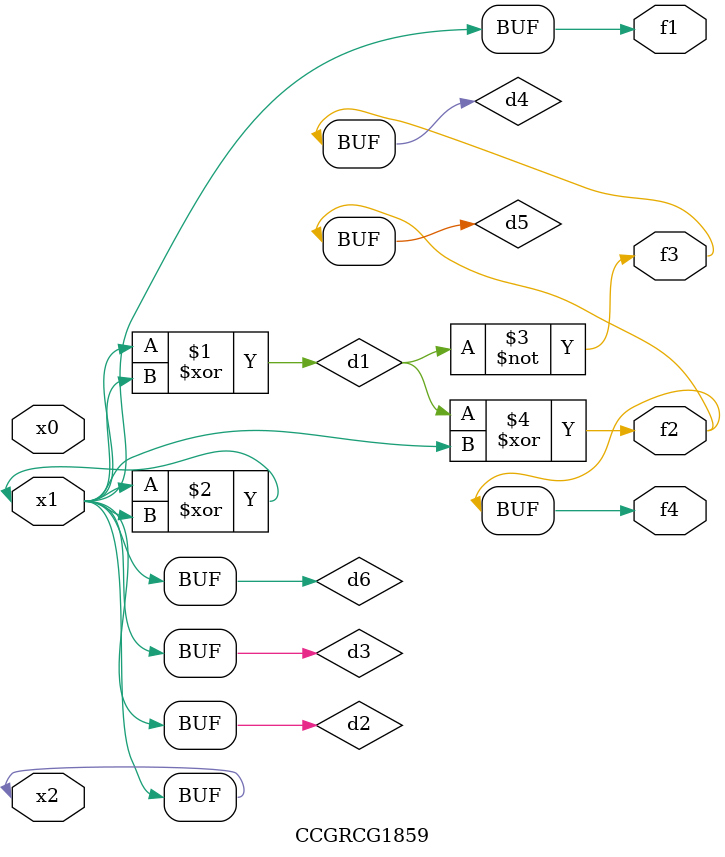
<source format=v>
module CCGRCG1859(
	input x0, x1, x2,
	output f1, f2, f3, f4
);

	wire d1, d2, d3, d4, d5, d6;

	xor (d1, x1, x2);
	buf (d2, x1, x2);
	xor (d3, x1, x2);
	nor (d4, d1);
	xor (d5, d1, d2);
	buf (d6, d2, d3);
	assign f1 = d6;
	assign f2 = d5;
	assign f3 = d4;
	assign f4 = d5;
endmodule

</source>
